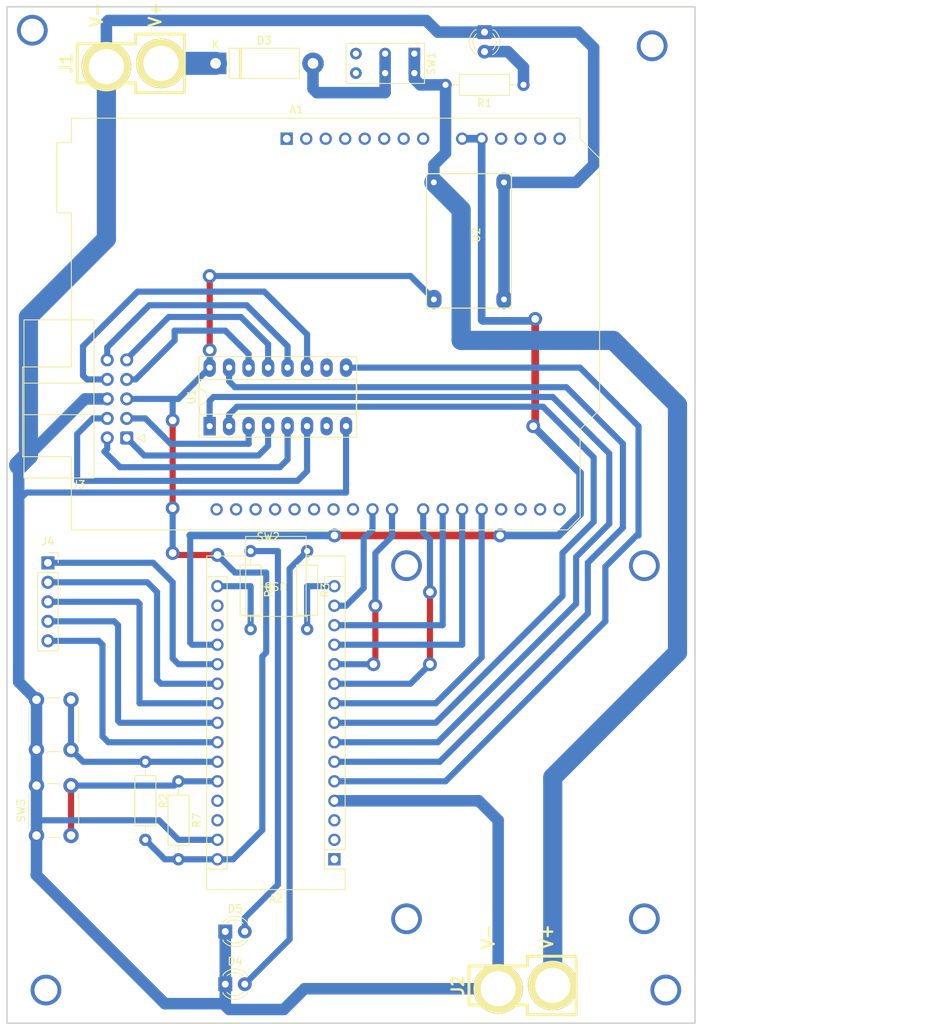
<source format=kicad_pcb>
(kicad_pcb (version 20221018) (generator pcbnew)
  (layers (0 "F.Cu" signal) (31 "B.Cu" signal) (34 "B.Paste" user) (35 "F.Paste" user) (36 "B.SilkS" user "B.Silkscreen") (37 "F.SilkS" user "F.Silkscreen") (38 "B.Mask" user) (39 "F.Mask" user) (44 "Edge.Cuts" user))
  (net 0 "")
  (net 9 "/EN1")
  (net 10 "/C1")
  (net 11 "/C2")
  (net 18 "/INB1")
  (net 19 "/PWM1")
  (net 20 "/PWM2")
  (net 21 "/INA1")
  (net 22 "/INA2")
  (net 23 "/INB2")
  (net 32 "/5v")
  (net 33 "GND")
  (net 34 "/VCC")
  (net 35 "Net-(D2-A)")
  (net 36 "/VIN")
  (net 37 "/S2")
  (net 38 "/S3")
  (net 39 "/S1")
  (net 40 "/S4")
  (net 41 "/S5")
  (net 42 "/S8")
  (net 43 "/S6")
  (net 44 "/S7")
  (net 45 "/B1")
  (net 46 "/L1")
  (net 47 "/B2")
  (net 48 "/L2")
  (net 49 "Net-(D3-K)")
  (net 50 "/P1")
  (net 51 "/P2")
  (net 52 "/P3")
  (net 53 "/P4")
  (net 54 "/P5")
  (net 55 "/CP(D4)")
  (net 56 "/LP(D5)")
  (net 58 "/CEP(D15)")
  (net 59 "/Salida")
  (net 64 "Net-(D4-A)")
  (net 65 "Net-(D5-A)")
  (footprint "" (layer "F.Cu") (at 109.728 17.526)
    (fp_text reference "" (at 0 0) (layer "F.SilkS") (effects (font (size 1.27 1.27))))
    (fp_text value "" (at 0 0) (layer "F.SilkS") (effects (font (size 1.27 1.27))))
    (pad "1" thru_hole circle (at 0 0) (size 4 4) (drill 3) (layers "*.Cu" "*.Mask"))
  )
  (footprint "" (layer "F.Cu") (at 28.956 15.494)
    (fp_text reference "" (at 0 0) (layer "F.SilkS") (effects (font (size 1.27 1.27))))
    (fp_text value "" (at 0 0) (layer "F.SilkS") (effects (font (size 1.27 1.27))))
    (pad "1" thru_hole circle (at 0 0) (size 4 4) (drill 3) (layers "*.Cu" "*.Mask"))
  )
  (footprint "Connector_IDC:IDC-Header_2x05_P2.54mm_Horizontal" (layer "F.Cu") (at 41.2575 68.58 180)
    (fp_text reference "J3" (at 6.215 -6.1) (layer "F.SilkS"))
    (fp_text value "Control Sensores")
    (pad "1" thru_hole roundrect (at 0 0 180) (size 1.7 1.7) (drill 1) (layers "*.Cu" "*.Mask") (roundrect_rratio 0.147059) (net 40 "/S4"))
    (pad "2" thru_hole circle (at 2.54 0 180) (size 1.7 1.7) (drill 1) (layers "*.Cu" "*.Mask") (net 42 "/S8"))
    (pad "3" thru_hole circle (at 0 2.54 180) (size 1.7 1.7) (drill 1) (layers "*.Cu" "*.Mask") (net 38 "/S3"))
    (pad "4" thru_hole circle (at 2.54 2.54 180) (size 1.7 1.7) (drill 1) (layers "*.Cu" "*.Mask") (net 44 "/S7"))
    (pad "5" thru_hole circle (at 0 5.08 180) (size 1.7 1.7) (drill 1) (layers "*.Cu" "*.Mask") (net 32 "/5v"))
    (pad "6" thru_hole circle (at 2.54 5.08 180) (size 1.7 1.7) (drill 1) (layers "*.Cu" "*.Mask") (net 33 "GND"))
    (pad "7" thru_hole circle (at 0 7.62 180) (size 1.7 1.7) (drill 1) (layers "*.Cu" "*.Mask") (net 37 "/S2"))
    (pad "8" thru_hole circle (at 2.54 7.62 180) (size 1.7 1.7) (drill 1) (layers "*.Cu" "*.Mask") (net 43 "/S6"))
    (pad "9" thru_hole circle (at 0 10.16 180) (size 1.7 1.7) (drill 1) (layers "*.Cu" "*.Mask") (net 39 "/S1"))
    (pad "10" thru_hole circle (at 2.54 10.16 180) (size 1.7 1.7) (drill 1) (layers "*.Cu" "*.Mask") (net 41 "/S5"))
  )
  (footprint "Diode_THT:D_5W_P12.70mm_Horizontal" (layer "F.Cu") (at 52.832 19.812)
    (fp_text reference "D3" (at 6.35 -2.97) (layer "F.SilkS"))
    (fp_text value "type=\"D\" model=\"DIODE\" lib=\"\"")
    (fp_text user "K" (at 0 -2.4) (layer "F.SilkS"))
    (pad "1" thru_hole rect (at 0 0) (size 2.8 2.8) (drill 1.4) (layers "*.Cu" "*.Mask") (net 34 "/VCC"))
    (pad "2" thru_hole oval (at 12.7 0) (size 2.8 2.8) (drill 1.4) (layers "*.Cu" "*.Mask") (net 49 "Net-(D3-K)"))
  )
  (footprint "Resistor_THT:R_Axial_DIN0207_L6.3mm_D2.5mm_P10.16mm_Horizontal" (layer "F.Cu") (at 48.006 113.284 -90)
    (fp_text reference "R7" (at 5.08 -2.37 90) (layer "F.SilkS"))
    (fp_text value "R")
    (pad "1" thru_hole circle (at 0 0 270) (size 1.6 1.6) (drill 0.8) (layers "*.Cu" "*.Mask") (net 47 "/B2"))
    (pad "2" thru_hole oval (at 10.16 0 270) (size 1.6 1.6) (drill 0.8) (layers "*.Cu" "*.Mask") (net 32 "/5v"))
  )
  (footprint "Module:Arduino_Nano" (layer "F.Cu") (at 68.316 123.444 180)
    (fp_text reference "A2" (at 7.62 -5.08) (layer "F.SilkS"))
    (fp_text value "Arduino_Nano_v3.x")
    (fp_text user "USB" (at 7.62 35.56 180 unlocked) (layer "F.SilkS"))
    (pad "1" thru_hole rect (at 0 0 180) (size 1.6 1.6) (drill 1) (layers "*.Cu" "*.Mask"))
    (pad "2" thru_hole oval (at 0 2.54 180) (size 1.6 1.6) (drill 1) (layers "*.Cu" "*.Mask"))
    (pad "3" thru_hole oval (at 0 5.08 180) (size 1.6 1.6) (drill 1) (layers "*.Cu" "*.Mask"))
    (pad "4" thru_hole oval (at 0 7.62 180) (size 1.6 1.6) (drill 1) (layers "*.Cu" "*.Mask") (net 33 "GND"))
    (pad "5" thru_hole oval (at 0 10.16 180) (size 1.6 1.6) (drill 1) (layers "*.Cu" "*.Mask") (net 59 "/Salida"))
    (pad "6" thru_hole oval (at 0 12.7 180) (size 1.6 1.6) (drill 1) (layers "*.Cu" "*.Mask") (net 58 "/CEP(D15)"))
    (pad "7" thru_hole oval (at 0 15.24 180) (size 1.6 1.6) (drill 1) (layers "*.Cu" "*.Mask") (net 56 "/LP(D5)"))
    (pad "8" thru_hole oval (at 0 17.78 180) (size 1.6 1.6) (drill 1) (layers "*.Cu" "*.Mask") (net 55 "/CP(D4)"))
    (pad "9" thru_hole oval (at 0 20.32 180) (size 1.6 1.6) (drill 1) (layers "*.Cu" "*.Mask") (net 18 "/INB1"))
    (pad "10" thru_hole oval (at 0 22.86 180) (size 1.6 1.6) (drill 1) (layers "*.Cu" "*.Mask") (net 21 "/INA1"))
    (pad "11" thru_hole oval (at 0 25.4 180) (size 1.6 1.6) (drill 1) (layers "*.Cu" "*.Mask") (net 22 "/INA2"))
    (pad "12" thru_hole oval (at 0 27.94 180) (size 1.6 1.6) (drill 1) (layers "*.Cu" "*.Mask") (net 19 "/PWM1"))
    (pad "13" thru_hole oval (at 0 30.48 180) (size 1.6 1.6) (drill 1) (layers "*.Cu" "*.Mask") (net 20 "/PWM2"))
    (pad "14" thru_hole oval (at 0 33.02 180) (size 1.6 1.6) (drill 1) (layers "*.Cu" "*.Mask") (net 23 "/INB2"))
    (pad "15" thru_hole oval (at 0 35.56 180) (size 1.6 1.6) (drill 1) (layers "*.Cu" "*.Mask") (net 46 "/L1"))
    (pad "16" thru_hole oval (at 15.24 35.56 180) (size 1.6 1.6) (drill 1) (layers "*.Cu" "*.Mask") (net 48 "/L2"))
    (pad "17" thru_hole oval (at 15.24 33.02 180) (size 1.6 1.6) (drill 1) (layers "*.Cu" "*.Mask"))
    (pad "18" thru_hole oval (at 15.24 30.48 180) (size 1.6 1.6) (drill 1) (layers "*.Cu" "*.Mask"))
    (pad "19" thru_hole oval (at 15.24 27.94 180) (size 1.6 1.6) (drill 1) (layers "*.Cu" "*.Mask") (net 9 "/EN1"))
    (pad "20" thru_hole oval (at 15.24 25.4 180) (size 1.6 1.6) (drill 1) (layers "*.Cu" "*.Mask") (net 50 "/P1"))
    (pad "21" thru_hole oval (at 15.24 22.86 180) (size 1.6 1.6) (drill 1) (layers "*.Cu" "*.Mask") (net 51 "/P2"))
    (pad "22" thru_hole oval (at 15.24 20.32 180) (size 1.6 1.6) (drill 1) (layers "*.Cu" "*.Mask") (net 52 "/P3"))
    (pad "23" thru_hole oval (at 15.24 17.78 180) (size 1.6 1.6) (drill 1) (layers "*.Cu" "*.Mask") (net 53 "/P4"))
    (pad "24" thru_hole oval (at 15.24 15.24 180) (size 1.6 1.6) (drill 1) (layers "*.Cu" "*.Mask") (net 54 "/P5"))
    (pad "25" thru_hole oval (at 15.24 12.7 180) (size 1.6 1.6) (drill 1) (layers "*.Cu" "*.Mask") (net 45 "/B1"))
    (pad "26" thru_hole oval (at 15.24 10.16 180) (size 1.6 1.6) (drill 1) (layers "*.Cu" "*.Mask") (net 47 "/B2"))
    (pad "27" thru_hole oval (at 15.24 7.62 180) (size 1.6 1.6) (drill 1) (layers "*.Cu" "*.Mask"))
    (pad "28" thru_hole oval (at 15.24 5.08 180) (size 1.6 1.6) (drill 1) (layers "*.Cu" "*.Mask"))
    (pad "29" thru_hole oval (at 15.24 2.54 180) (size 1.6 1.6) (drill 1) (layers "*.Cu" "*.Mask") (net 33 "GND"))
    (pad "30" thru_hole oval (at 15.24 0 180) (size 1.6 1.6) (drill 1) (layers "*.Cu" "*.Mask") (net 32 "/5v"))
  )
  (footprint "Connector_PinSocket_2.54mm:PinSocket_1x05_P2.54mm_Vertical" (layer "F.Cu") (at 30.988 84.836)
    (fp_text reference "J4" (at 0 -2.77) (layer "F.SilkS"))
    (fp_text value "Conn_01x05_Pin")
    (pad "1" thru_hole rect (at 0 0) (size 1.7 1.7) (drill 1) (layers "*.Cu" "*.Mask") (net 50 "/P1"))
    (pad "2" thru_hole oval (at 0 2.54) (size 1.7 1.7) (drill 1) (layers "*.Cu" "*.Mask") (net 51 "/P2"))
    (pad "3" thru_hole oval (at 0 5.08) (size 1.7 1.7) (drill 1) (layers "*.Cu" "*.Mask") (net 52 "/P3"))
    (pad "4" thru_hole oval (at 0 7.62) (size 1.7 1.7) (drill 1) (layers "*.Cu" "*.Mask") (net 53 "/P4"))
    (pad "5" thru_hole oval (at 0 10.16) (size 1.7 1.7) (drill 1) (layers "*.Cu" "*.Mask") (net 54 "/P5"))
  )
  (footprint "Resistor_THT:R_Axial_DIN0207_L6.3mm_D2.5mm_P10.16mm_Horizontal" (layer "F.Cu") (at 92.964 22.606 180)
    (fp_text reference "R1" (at 5.08 -2.37) (layer "F.SilkS"))
    (fp_text value "R")
    (pad "1" thru_hole circle (at 0 0 180) (size 1.6 1.6) (drill 0.8) (layers "*.Cu" "*.Mask") (net 35 "Net-(D2-A)"))
    (pad "2" thru_hole oval (at 10.16 0 180) (size 1.6 1.6) (drill 0.8) (layers "*.Cu" "*.Mask") (net 36 "/VIN"))
  )
  (footprint "Button_Switch_THT:SW_PUSH_6mm" (layer "F.Cu") (at 29.5 109.168 90)
    (fp_text reference "SW2" (at 27.702 30.19) (layer "F.SilkS"))
    (fp_text value "SW_Push")
    (pad "1" thru_hole circle (at 0 0 180) (size 2 2) (drill 1.1) (layers "*.Cu" "*.Mask") (net 33 "GND"))
    (pad "1" thru_hole circle (at 6.5 0 180) (size 2 2) (drill 1.1) (layers "*.Cu" "*.Mask") (net 33 "GND"))
    (pad "2" thru_hole circle (at 0 4.5 180) (size 2 2) (drill 1.1) (layers "*.Cu" "*.Mask") (net 45 "/B1"))
    (pad "2" thru_hole circle (at 6.5 4.5 180) (size 2 2) (drill 1.1) (layers "*.Cu" "*.Mask") (net 45 "/B1"))
  )
  (footprint "Resistor_THT:R_Axial_DIN0207_L6.3mm_D2.5mm_P10.16mm_Horizontal" (layer "F.Cu") (at 43.688 110.744 -90)
    (fp_text reference "R2" (at 5.08 -2.37 90) (layer "F.SilkS"))
    (fp_text value "R")
    (pad "1" thru_hole circle (at 0 0 270) (size 1.6 1.6) (drill 0.8) (layers "*.Cu" "*.Mask") (net 45 "/B1"))
    (pad "2" thru_hole oval (at 10.16 0 270) (size 1.6 1.6) (drill 0.8) (layers "*.Cu" "*.Mask") (net 32 "/5v"))
  )
  (footprint "Mini360_step-down:Mini360_step-down" (layer "F.Cu") (at 85.852 42.926 -90)
    (fp_text reference "U2" (at -0.765 -0.95 90) (layer "F.SilkS"))
    (fp_text value "Mini360")
    (pad "1" thru_hole oval (at -7.62 -4.57 270) (size 2.5 2) (drill 0.762) (layers "*.Cu" "*.Mask") (net 33 "GND"))
    (pad "2" thru_hole oval (at -7.62 4.57 270) (size 2.5 2) (drill 0.762) (layers "*.Cu" "*.Mask") (net 36 "/VIN"))
    (pad "3" thru_hole oval (at 7.62 -4.57 270) (size 2.5 2) (drill 0.762) (layers "*.Cu" "*.Mask") (net 33 "GND"))
    (pad "4" thru_hole oval (at 7.62 4.57 270) (size 2.5 2) (drill 0.762) (layers "*.Cu" "*.Mask") (net 32 "/5v"))
  )
  (footprint "LED_THT:LED_D3.0mm" (layer "F.Cu") (at 54.102 132.842)
    (fp_text reference "D5" (at 1.27 -2.96) (layer "F.SilkS"))
    (fp_text value "LED")
    (pad "1" thru_hole rect (at 0 0) (size 1.8 1.8) (drill 0.9) (layers "*.Cu" "*.Mask") (net 33 "GND"))
    (pad "2" thru_hole circle (at 2.54 0) (size 1.8 1.8) (drill 0.9) (layers "*.Cu" "*.Mask") (net 65 "Net-(D5-A)"))
  )
  (footprint "Resistor_THT:R_Axial_DIN0207_L6.3mm_D2.5mm_P10.16mm_Horizontal" (layer "F.Cu") (at 64.77 83.312 -90)
    (fp_text reference "R3" (at 5.08 -2.37 90) (layer "F.SilkS"))
    (fp_text value "1000")
    (pad "1" thru_hole circle (at 0 0 270) (size 1.6 1.6) (drill 0.8) (layers "*.Cu" "*.Mask") (net 64 "Net-(D4-A)"))
    (pad "2" thru_hole oval (at 10.16 0 270) (size 1.6 1.6) (drill 0.8) (layers "*.Cu" "*.Mask") (net 46 "/L1"))
  )
  (footprint "" (layer "F.Cu") (at 77.724 131.191 90)
    (fp_text reference "" (at 0 0 90) (layer "F.SilkS") (effects (font (size 1.27 1.27))))
    (fp_text value "" (at 0 0 90) (layer "F.SilkS") (effects (font (size 1.27 1.27))))
    (pad "1" thru_hole circle (at 0 0 90) (size 4 4) (drill 3) (layers "*.Cu" "*.Mask"))
  )
  (footprint "Connectors:DEANS" (layer "F.Cu") (at 92.202 139.87018 -90)
    (fp_text reference "J2" (at 0 7.8 90) (layer "F.SilkS") (effects (font (size 1.524 1.524) (thickness 0.3048))))
    (fp_text value "MOTORES" hide)
    (fp_text user "V-" (at -6.35 3.81 90) (layer "F.SilkS") (effects (font (size 1.524 1.524) (thickness 0.3048))))
    (fp_text user "V+" (at -6.35 -3.81 90) (layer "F.SilkS") (effects (font (size 1.524 1.524) (thickness 0.3048))))
    (pad "1" thru_hole circle (at 0 -4.572 270) (size 6.4516 6.4516) (drill 4.572) (layers "*.Cu" "*.Mask" "F.SilkS") (net 36 "/VIN"))
    (pad "2" thru_hole circle (at 0.42418 2.54 270) (size 6.4516 6.4516) (drill 4.572) (layers "*.Cu" "*.Mask" "F.SilkS") (net 33 "GND"))
  )
  (footprint "Module:Arduino_UNO_R3" (layer "F.Cu") (at 62.11 29.62)
    (fp_text reference "A1" (at 1.27 -3.81 180) (layer "F.SilkS"))
    (fp_text value "Arduino_UNO_R3")
    (pad "1" thru_hole rect (at 0 0 90) (size 1.6 1.6) (drill 1) (layers "*.Cu" "*.Mask"))
    (pad "2" thru_hole oval (at 2.54 0 90) (size 1.6 1.6) (drill 1) (layers "*.Cu" "*.Mask"))
    (pad "3" thru_hole oval (at 5.08 0 90) (size 1.6 1.6) (drill 1) (layers "*.Cu" "*.Mask"))
    (pad "4" thru_hole oval (at 7.62 0 90) (size 1.6 1.6) (drill 1) (layers "*.Cu" "*.Mask"))
    (pad "5" thru_hole oval (at 10.16 0 90) (size 1.6 1.6) (drill 1) (layers "*.Cu" "*.Mask"))
    (pad "6" thru_hole oval (at 12.7 0 90) (size 1.6 1.6) (drill 1) (layers "*.Cu" "*.Mask"))
    (pad "7" thru_hole oval (at 15.24 0 90) (size 1.6 1.6) (drill 1) (layers "*.Cu" "*.Mask"))
    (pad "8" thru_hole oval (at 17.78 0 90) (size 1.6 1.6) (drill 1) (layers "*.Cu" "*.Mask"))
    (pad "9" thru_hole oval (at 22.86 0 90) (size 1.6 1.6) (drill 1) (layers "*.Cu" "*.Mask") (net 9 "/EN1"))
    (pad "10" thru_hole oval (at 25.4 0 90) (size 1.6 1.6) (drill 1) (layers "*.Cu" "*.Mask") (net 9 "/EN1"))
    (pad "11" thru_hole oval (at 27.94 0 90) (size 1.6 1.6) (drill 1) (layers "*.Cu" "*.Mask") (net 10 "/C1"))
    (pad "12" thru_hole oval (at 30.48 0 90) (size 1.6 1.6) (drill 1) (layers "*.Cu" "*.Mask") (net 11 "/C2"))
    (pad "13" thru_hole oval (at 33.02 0 90) (size 1.6 1.6) (drill 1) (layers "*.Cu" "*.Mask"))
    (pad "14" thru_hole oval (at 35.56 0 90) (size 1.6 1.6) (drill 1) (layers "*.Cu" "*.Mask"))
    (pad "15" thru_hole oval (at 35.56 48.26 90) (size 1.6 1.6) (drill 1) (layers "*.Cu" "*.Mask"))
    (pad "16" thru_hole oval (at 33.02 48.26 90) (size 1.6 1.6) (drill 1) (layers "*.Cu" "*.Mask"))
    (pad "17" thru_hole oval (at 30.48 48.26 90) (size 1.6 1.6) (drill 1) (layers "*.Cu" "*.Mask"))
    (pad "18" thru_hole oval (at 27.94 48.26 90) (size 1.6 1.6) (drill 1) (layers "*.Cu" "*.Mask"))
    (pad "19" thru_hole oval (at 25.4 48.26 90) (size 1.6 1.6) (drill 1) (layers "*.Cu" "*.Mask") (net 18 "/INB1"))
    (pad "20" thru_hole oval (at 22.86 48.26 90) (size 1.6 1.6) (drill 1) (layers "*.Cu" "*.Mask") (net 19 "/PWM1"))
    (pad "21" thru_hole oval (at 20.32 48.26 90) (size 1.6 1.6) (drill 1) (layers "*.Cu" "*.Mask") (net 20 "/PWM2"))
    (pad "22" thru_hole oval (at 17.78 48.26 90) (size 1.6 1.6) (drill 1) (layers "*.Cu" "*.Mask") (net 21 "/INA1"))
    (pad "23" thru_hole oval (at 13.72 48.26 90) (size 1.6 1.6) (drill 1) (layers "*.Cu" "*.Mask") (net 22 "/INA2"))
    (pad "24" thru_hole oval (at 11.18 48.26 90) (size 1.6 1.6) (drill 1) (layers "*.Cu" "*.Mask") (net 23 "/INB2"))
    (pad "25" thru_hole oval (at 8.64 48.26 90) (size 1.6 1.6) (drill 1) (layers "*.Cu" "*.Mask"))
    (pad "26" thru_hole oval (at 6.1 48.26 90) (size 1.6 1.6) (drill 1) (layers "*.Cu" "*.Mask"))
    (pad "27" thru_hole oval (at 3.56 48.26 90) (size 1.6 1.6) (drill 1) (layers "*.Cu" "*.Mask"))
    (pad "28" thru_hole oval (at 1.02 48.26 90) (size 1.6 1.6) (drill 1) (layers "*.Cu" "*.Mask"))
    (pad "29" thru_hole oval (at -1.52 48.26 90) (size 1.6 1.6) (drill 1) (layers "*.Cu" "*.Mask"))
    (pad "30" thru_hole oval (at -4.06 48.26 90) (size 1.6 1.6) (drill 1) (layers "*.Cu" "*.Mask"))
    (pad "31" thru_hole oval (at -6.6 48.26 90) (size 1.6 1.6) (drill 1) (layers "*.Cu" "*.Mask"))
    (pad "32" thru_hole oval (at -9.14 48.26 90) (size 1.6 1.6) (drill 1) (layers "*.Cu" "*.Mask"))
  )
  (footprint "" (layer "F.Cu") (at 30.734 140.462)
    (fp_text reference "" (at 0 0) (layer "F.SilkS") (effects (font (size 1.27 1.27))))
    (fp_text value "" (at 0 0) (layer "F.SilkS") (effects (font (size 1.27 1.27))))
    (pad "1" thru_hole circle (at 0 0) (size 4 4) (drill 3) (layers "*.Cu" "*.Mask"))
  )
  (footprint "" (layer "F.Cu") (at 111.506 140.462)
    (fp_text reference "" (at 0 0) (layer "F.SilkS") (effects (font (size 1.27 1.27))))
    (fp_text value "" (at 0 0) (layer "F.SilkS") (effects (font (size 1.27 1.27))))
    (pad "1" thru_hole circle (at 0 0) (size 4 4) (drill 3) (layers "*.Cu" "*.Mask"))
  )
  (footprint "" (layer "F.Cu") (at 108.712 131.191 90)
    (fp_text reference "" (at 0 0 90) (layer "F.SilkS") (effects (font (size 1.27 1.27))))
    (fp_text value "" (at 0 0 90) (layer "F.SilkS") (effects (font (size 1.27 1.27))))
    (pad "1" thru_hole circle (at 0 0 90) (size 4 4) (drill 3) (layers "*.Cu" "*.Mask"))
  )
  (footprint "Button_Switch_THT:SW_PUSH_6mm" (layer "F.Cu") (at 29.5 120.344 90)
    (fp_text reference "SW3" (at 3.25 -2 90) (layer "F.SilkS"))
    (fp_text value "SW_Push")
    (pad "1" thru_hole circle (at 0 0 180) (size 2 2) (drill 1.1) (layers "*.Cu" "*.Mask") (net 33 "GND"))
    (pad "1" thru_hole circle (at 6.5 0 180) (size 2 2) (drill 1.1) (layers "*.Cu" "*.Mask") (net 33 "GND"))
    (pad "2" thru_hole circle (at 0 4.5 180) (size 2 2) (drill 1.1) (layers "*.Cu" "*.Mask") (net 47 "/B2"))
    (pad "2" thru_hole circle (at 6.5 4.5 180) (size 2 2) (drill 1.1) (layers "*.Cu" "*.Mask") (net 47 "/B2"))
  )
  (footprint "" (layer "F.Cu") (at 108.712 85.217 90)
    (fp_text reference "" (at 0 0 90) (layer "F.SilkS") (effects (font (size 1.27 1.27))))
    (fp_text value "" (at 0 0 90) (layer "F.SilkS") (effects (font (size 1.27 1.27))))
    (pad "1" thru_hole circle (at 0 0 90) (size 4 4) (drill 3) (layers "*.Cu" "*.Mask"))
  )
  (footprint "" (layer "F.Cu") (at 77.724 85.217 90)
    (fp_text reference "" (at 0 0 90) (layer "F.SilkS") (effects (font (size 1.27 1.27))))
    (fp_text value "" (at 0 0 90) (layer "F.SilkS") (effects (font (size 1.27 1.27))))
    (pad "1" thru_hole circle (at 0 0 90) (size 4 4) (drill 3) (layers "*.Cu" "*.Mask"))
  )
  (footprint "LED_THT:LED_D3.0mm" (layer "F.Cu") (at 54.102 139.7)
    (fp_text reference "D4" (at 1.27 -2.96) (layer "F.SilkS"))
    (fp_text value "LED")
    (pad "1" thru_hole rect (at 0 0) (size 1.8 1.8) (drill 0.9) (layers "*.Cu" "*.Mask") (net 33 "GND"))
    (pad "2" thru_hole circle (at 2.54 0) (size 1.8 1.8) (drill 0.9) (layers "*.Cu" "*.Mask") (net 64 "Net-(D4-A)"))
  )
  (footprint "Button_Switch_THT:SW_NKK_G1xJP" (layer "F.Cu") (at 78.74 18.542 -90)
    (fp_text reference "SW1" (at 1.27 -2.2 90) (layer "F.SilkS"))
    (fp_text value "SW_DPDT_x2")
    (pad "1" thru_hole rect (at 0 0 270) (size 1.524 1.524) (drill 0.8128) (layers "*.Cu" "*.Mask") (net 36 "/VIN"))
    (pad "1" thru_hole circle (at 2.54 0 270) (size 1.524 1.524) (drill 0.8128) (layers "*.Cu" "*.Mask") (net 36 "/VIN"))
    (pad "2" thru_hole circle (at 0 3.81 270) (size 1.524 1.524) (drill 0.8128) (layers "*.Cu" "*.Mask") (net 49 "Net-(D3-K)"))
    (pad "2" thru_hole circle (at 2.54 3.81 270) (size 1.524 1.524) (drill 0.8128) (layers "*.Cu" "*.Mask") (net 49 "Net-(D3-K)"))
    (pad "3" thru_hole circle (at 0 7.62 270) (size 1.524 1.524) (drill 0.8128) (layers "*.Cu" "*.Mask"))
    (pad "3" thru_hole circle (at 2.54 7.62 270) (size 1.524 1.524) (drill 0.8128) (layers "*.Cu" "*.Mask"))
  )
  (footprint "Package_DIP:DIP-16_W7.62mm_Socket_LongPads" (layer "F.Cu") (at 52.06 67.046 90)
    (fp_text reference "U1" (at 3.81 -2.33 90) (layer "F.SilkS"))
    (fp_text value "74LS165")
    (pad "1" thru_hole rect (at 0 0 90) (size 2.4 1.6) (drill 0.8) (layers "*.Cu" "*.Mask") (net 56 "/LP(D5)"))
    (pad "2" thru_hole oval (at 0 2.54 90) (size 2.4 1.6) (drill 0.8) (layers "*.Cu" "*.Mask") (net 55 "/CP(D4)"))
    (pad "3" thru_hole oval (at 0 5.08 90) (size 2.4 1.6) (drill 0.8) (layers "*.Cu" "*.Mask") (net 38 "/S3"))
    (pad "4" thru_hole oval (at 0 7.62 90) (size 2.4 1.6) (drill 0.8) (layers "*.Cu" "*.Mask") (net 40 "/S4"))
    (pad "5" thru_hole oval (at 0 10.16 90) (size 2.4 1.6) (drill 0.8) (layers "*.Cu" "*.Mask") (net 42 "/S8"))
    (pad "6" thru_hole oval (at 0 12.7 90) (size 2.4 1.6) (drill 0.8) (layers "*.Cu" "*.Mask") (net 44 "/S7"))
    (pad "7" thru_hole oval (at 0 15.24 90) (size 2.4 1.6) (drill 0.8) (layers "*.Cu" "*.Mask"))
    (pad "8" thru_hole oval (at 0 17.78 90) (size 2.4 1.6) (drill 0.8) (layers "*.Cu" "*.Mask") (net 33 "GND"))
    (pad "9" thru_hole oval (at 7.62 17.78 90) (size 2.4 1.6) (drill 0.8) (layers "*.Cu" "*.Mask") (net 59 "/Salida"))
    (pad "10" thru_hole oval (at 7.62 15.24 90) (size 2.4 1.6) (drill 0.8) (layers "*.Cu" "*.Mask"))
    (pad "11" thru_hole oval (at 7.62 12.7 90) (size 2.4 1.6) (drill 0.8) (layers "*.Cu" "*.Mask") (net 43 "/S6"))
    (pad "12" thru_hole oval (at 7.62 10.16 90) (size 2.4 1.6) (drill 0.8) (layers "*.Cu" "*.Mask") (net 41 "/S5"))
    (pad "13" thru_hole oval (at 7.62 7.62 90) (size 2.4 1.6) (drill 0.8) (layers "*.Cu" "*.Mask") (net 39 "/S1"))
    (pad "14" thru_hole oval (at 7.62 5.08 90) (size 2.4 1.6) (drill 0.8) (layers "*.Cu" "*.Mask") (net 37 "/S2"))
    (pad "15" thru_hole oval (at 7.62 2.54 90) (size 2.4 1.6) (drill 0.8) (layers "*.Cu" "*.Mask") (net 58 "/CEP(D15)"))
    (pad "16" thru_hole oval (at 7.62 0 90) (size 2.4 1.6) (drill 0.8) (layers "*.Cu" "*.Mask") (net 32 "/5v"))
  )
  (footprint "LED_THT:LED_D3.0mm" (layer "F.Cu") (at 87.884 15.743 -90)
    (fp_text reference "D2" hide)
    (fp_text value "LED")
    (pad "1" thru_hole rect (at 0 0 270) (size 1.8 1.8) (drill 0.9) (layers "*.Cu" "*.Mask") (net 33 "GND"))
    (pad "2" thru_hole circle (at 2.54 0 270) (size 1.8 1.8) (drill 0.9) (layers "*.Cu" "*.Mask") (net 35 "Net-(D2-A)"))
  )
  (footprint "Connectors:DEANS" (layer "F.Cu") (at 41.148 19.812 -90)
    (fp_text reference "J1" (at 0 7.8 90) (layer "F.SilkS") (effects (font (size 1.524 1.524) (thickness 0.3048))))
    (fp_text value "BATERIA1" hide)
    (fp_text user "V-" (at -6.35 3.81 90) (layer "F.SilkS") (effects (font (size 1.524 1.524) (thickness 0.3048))))
    (fp_text user "V+" (at -6.35 -3.81 90) (layer "F.SilkS") (effects (font (size 1.524 1.524) (thickness 0.3048))))
    (pad "1" thru_hole circle (at 0 -4.572 270) (size 6.4516 6.4516) (drill 4.572) (layers "*.Cu" "*.Mask" "F.SilkS") (net 34 "/VCC"))
    (pad "2" thru_hole circle (at 0.42418 2.54 270) (size 6.4516 6.4516) (drill 4.572) (layers "*.Cu" "*.Mask" "F.SilkS") (net 33 "GND"))
  )
  (footprint "Resistor_THT:R_Axial_DIN0207_L6.3mm_D2.5mm_P10.16mm_Horizontal" (layer "F.Cu") (at 57.404 83.312 -90)
    (fp_text reference "R4" (at 5.08 -2.37 90) (layer "F.SilkS"))
    (fp_text value "1000")
    (pad "1" thru_hole circle (at 0 0 270) (size 1.6 1.6) (drill 0.8) (layers "*.Cu" "*.Mask") (net 65 "Net-(D5-A)"))
    (pad "2" thru_hole oval (at 10.16 0 270) (size 1.6 1.6) (drill 0.8) (layers "*.Cu" "*.Mask") (net 48 "/L2"))
  )
  (gr_rect (start 25.654 12.446) (end 115.316 144.78) (stroke (width 0.2)) (fill none) (layer "Edge.Cuts"))
  (segment (start 94.488 53.086) (end 94.488 66.802) (width 1) (layer "F.Cu") (net 9))
  (segment (start 94.488 66.802) (end 94.234 67.056) (width 1) (layer "F.Cu") (net 9))
  (segment (start 89.916 81.28) (end 68.326 81.28) (width 1) (layer "F.Cu") (net 9))
  (via (at 94.234 67.056) (size 1.8) (drill 1) (layers "F.Cu" "B.Cu") (net 9))
  (via (at 94.488 53.086) (size 1.8) (drill 1) (layers "F.Cu" "B.Cu") (net 9))
  (via (at 68.326 81.28) (size 1.8) (drill 1) (layers "F.Cu" "B.Cu") (net 9))
  (via (at 89.916 81.28) (size 1.8) (drill 1) (layers "F.Cu" "B.Cu") (net 9))
  (segment (start 87.63 53.34) (end 94.234 53.34) (width 1) (layer "B.Cu") (net 9))
  (segment (start 84.97 29.62) (end 87.51 29.62) (width 1) (layer "B.Cu") (net 9))
  (segment (start 53.076 95.504) (end 49.784 95.504) (width 0.8) (layer "B.Cu") (net 9))
  (segment (start 87.51 29.62) (end 87.51 53.22) (width 1) (layer "B.Cu") (net 9))
  (segment (start 68.326 81.28) (end 49.53 81.28) (width 1) (layer "B.Cu") (net 9))
  (segment (start 97.536 81.28) (end 89.916 81.28) (width 1) (layer "B.Cu") (net 9))
  (segment (start 87.51 53.22) (end 87.63 53.34) (width 1) (layer "B.Cu") (net 9))
  (segment (start 100.33 73.152) (end 100.33 78.486) (width 1) (layer "B.Cu") (net 9))
  (segment (start 94.234 53.34) (end 94.488 53.086) (width 1) (layer "B.Cu") (net 9))
  (segment (start 94.234 67.056) (end 100.33 73.152) (width 1) (layer "B.Cu") (net 9))
  (segment (start 49.784 95.504) (end 49.53 95.25) (width 0.8) (layer "B.Cu") (net 9))
  (segment (start 100.33 78.486) (end 97.536 81.28) (width 1) (layer "B.Cu") (net 9))
  (segment (start 49.53 95.25) (end 49.53 81.28) (width 0.8) (layer "B.Cu") (net 9))
  (segment (start 87.51 97.148) (end 87.51 77.88) (width 0.8) (layer "B.Cu") (net 18))
  (segment (start 81.534 103.124) (end 87.51 97.148) (width 0.8) (layer "B.Cu") (net 18))
  (segment (start 68.316 103.124) (end 81.534 103.124) (width 0.8) (layer "B.Cu") (net 18))
  (segment (start 68.316 95.504) (end 84.97 95.504) (width 0.8) (layer "B.Cu") (net 19))
  (segment (start 84.97 95.504) (end 84.97 77.88) (width 0.8) (layer "B.Cu") (net 19))
  (segment (start 82.43 92.964) (end 82.43 77.88) (width 0.8) (layer "B.Cu") (net 20))
  (segment (start 68.316 92.964) (end 82.43 92.964) (width 0.8) (layer "B.Cu") (net 20))
  (segment (start 80.772 98.044) (end 80.772 88.646) (width 0.8) (layer "F.Cu") (net 21))
  (via (at 80.772 88.646) (size 1.8) (drill 1) (layers "F.Cu" "B.Cu") (net 21))
  (via (at 80.772 98.044) (size 1.8) (drill 1) (layers "F.Cu" "B.Cu") (net 21))
  (segment (start 80.772 81.788) (end 79.89 80.906) (width 0.8) (layer "B.Cu") (net 21))
  (segment (start 79.89 80.906) (end 79.89 77.88) (width 0.8) (layer "B.Cu") (net 21))
  (segment (start 80.772 88.646) (end 80.772 81.788) (width 0.8) (layer "B.Cu") (net 21))
  (segment (start 78.232 100.584) (end 80.772 98.044) (width 0.8) (layer "B.Cu") (net 21))
  (segment (start 68.316 100.584) (end 78.232 100.584) (width 0.8) (layer "B.Cu") (net 21))
  (segment (start 73.406 98.044) (end 73.66 97.79) (width 0.8) (layer "F.Cu") (net 22))
  (segment (start 73.66 97.79) (end 73.66 90.424) (width 0.8) (layer "F.Cu") (net 22))
  (via (at 73.66 90.424) (size 1.8) (drill 1) (layers "F.Cu" "B.Cu") (net 22))
  (via (at 73.406 98.044) (size 1.8) (drill 1) (layers "F.Cu" "B.Cu") (net 22))
  (segment (start 73.66 90.424) (end 73.66 83.566) (width 0.8) (layer "B.Cu") (net 22))
  (segment (start 68.316 98.044) (end 73.406 98.044) (width 0.8) (layer "B.Cu") (net 22))
  (segment (start 73.66 83.566) (end 75.83 81.396) (width 0.8) (layer "B.Cu") (net 22))
  (segment (start 75.83 81.396) (end 75.83 77.88) (width 0.8) (layer "B.Cu") (net 22))
  (segment (start 72.136 81.681) (end 73.29 80.527) (width 0.8) (layer "B.Cu") (net 23))
  (segment (start 73.29 80.527) (end 73.29 77.88) (width 0.8) (layer "B.Cu") (net 23))
  (segment (start 68.316 90.424) (end 69.85 90.424) (width 0.8) (layer "B.Cu") (net 23))
  (segment (start 72.136 88.138) (end 72.136 81.681) (width 0.8) (layer "B.Cu") (net 23))
  (segment (start 69.85 90.424) (end 72.136 88.138) (width 0.8) (layer "B.Cu") (net 23))
  (segment (start 52.07 47.498) (end 52.07 57.15) (width 0.8) (layer "F.Cu") (net 32))
  (segment (start 47.498 83.82) (end 47.244 83.566) (width 0.8) (layer "F.Cu") (net 32))
  (segment (start 47.244 77.724) (end 47.244 66.294) (width 0.8) (layer "F.Cu") (net 32))
  (segment (start 53.086 83.82) (end 47.498 83.82) (width 0.8) (layer "F.Cu") (net 32))
  (via (at 47.244 77.724) (size 1.8) (drill 1) (layers "F.Cu" "B.Cu") (net 32))
  (via (at 47.244 66.294) (size 1.8) (drill 1) (layers "F.Cu" "B.Cu") (net 32))
  (via (at 52.07 57.15) (size 1.8) (drill 1) (layers "F.Cu" "B.Cu") (net 32))
  (via (at 47.244 83.566) (size 1.8) (drill 1) (layers "F.Cu" "B.Cu") (net 32))
  (via (at 52.07 47.498) (size 1.8) (drill 1) (layers "F.Cu" "B.Cu") (net 32))
  (via (at 53.086 83.82) (size 1.8) (drill 1) (layers "F.Cu" "B.Cu") (net 32))
  (segment (start 78.234 47.498) (end 81.282 50.546) (width 0.8) (layer "B.Cu") (net 32))
  (segment (start 58.928 97.028) (end 59.436 96.52) (width 0.8) (layer "B.Cu") (net 32))
  (segment (start 47.498 63.5) (end 47.986 63.5) (width 0.8) (layer "B.Cu") (net 32))
  (segment (start 59.436 96.52) (end 59.436 86.106) (width 0.8) (layer "B.Cu") (net 32))
  (segment (start 52.07 57.15) (end 52.07 59.416) (width 0.8) (layer "B.Cu") (net 32))
  (segment (start 47.244 66.294) (end 47.244 63.754) (width 0.8) (layer "B.Cu") (net 32))
  (segment (start 55.118 123.444) (end 58.928 119.634) (width 0.8) (layer "B.Cu") (net 32))
  (segment (start 41.2575 63.5) (end 47.498 63.5) (width 0.8) (layer "B.Cu") (net 32))
  (segment (start 47.244 83.566) (end 47.244 77.724) (width 0.8) (layer "B.Cu") (net 32))
  (segment (start 46.228 123.444) (end 43.688 120.904) (width 0.8) (layer "B.Cu") (net 32))
  (segment (start 47.244 63.754) (end 47.498 63.5) (width 0.8) (layer "B.Cu") (net 32))
  (segment (start 58.928 119.634) (end 58.928 97.028) (width 0.8) (layer "B.Cu") (net 32))
  (segment (start 53.076 123.444) (end 48.006 123.444) (width 0.8) (layer "B.Cu") (net 32))
  (segment (start 55.372 86.106) (end 53.086 83.82) (width 0.8) (layer "B.Cu") (net 32))
  (segment (start 59.436 86.106) (end 55.372 86.106) (width 0.8) (layer "B.Cu") (net 32))
  (segment (start 48.006 123.444) (end 46.228 123.444) (width 0.8) (layer "B.Cu") (net 32))
  (segment (start 52.07 47.498) (end 78.234 47.498) (width 0.8) (layer "B.Cu") (net 32))
  (segment (start 47.986 63.5) (end 52.06 59.426) (width 0.8) (layer "B.Cu") (net 32))
  (segment (start 52.07 59.416) (end 52.06 59.426) (width 0.8) (layer "B.Cu") (net 32))
  (segment (start 53.076 123.444) (end 55.118 123.444) (width 0.8) (layer "B.Cu") (net 32))
  (segment (start 27.178 100.346) (end 27.178 73.406) (width 1.5) (layer "B.Cu") (net 33))
  (segment (start 29.5 120.344) (end 29.5 118.364) (width 0.8) (layer "B.Cu") (net 33))
  (segment (start 45.466 118.364) (end 29.5 118.364) (width 0.8) (layer "B.Cu") (net 33))
  (segment (start 28.194 75.692) (end 27.178 76.708) (width 0.8) (layer "B.Cu") (net 33))
  (segment (start 28.448 52.832) (end 28.448 70.866) (width 2.5) (layer "B.Cu") (net 33))
  (segment (start 29.464 125.476) (end 29.5 125.44) (width 1.5) (layer "B.Cu") (net 33))
  (segment (start 53.848 142.24) (end 46.228 142.24) (width 1.5) (layer "B.Cu") (net 33))
  (segment (start 29.5 102.668) (end 28.186 101.354) (width 1.5) (layer "B.Cu") (net 33))
  (segment (start 48.006 120.904) (end 45.466 118.364) (width 0.8) (layer "B.Cu") (net 33))
  (segment (start 61.722 143.002) (end 54.61 143.002) (width 1.5) (layer "B.Cu") (net 33))
  (segment (start 27.178 100.346) (end 27.178 99.06) (width 1.5) (layer "B.Cu") (net 33))
  (segment (start 38.608 20.23618) (end 38.608 42.672) (width 2.5) (layer "B.Cu") (net 33))
  (segment (start 69.84 75.692) (end 28.194 75.692) (width 0.8) (layer "B.Cu") (net 33))
  (segment (start 54.61 143.002) (end 53.848 142.24) (width 1.5) (layer "B.Cu") (net 33))
  (segment (start 89.662 118.364) (end 89.662 140.29436) (width 1.5) (layer "B.Cu") (net 33))
  (segment (start 35.814 63.5) (end 38.7175 63.5) (width 1.5) (layer "B.Cu") (net 33))
  (segment (start 53.848 142.24) (end 54.102 141.986) (width 1.5) (layer "B.Cu") (net 33))
  (segment (start 89.662 140.29436) (end 64.42964 140.29436) (width 1.5) (layer "B.Cu") (net 33))
  (segment (start 46.228 142.24) (end 29.464 125.476) (width 1.5) (layer "B.Cu") (net 33))
  (segment (start 29.5 125.44) (end 29.5 102.668) (width 1.5) (layer "B.Cu") (net 33))
  (segment (start 54.102 141.986) (end 54.102 132.842) (width 1.5) (layer "B.Cu") (net 33))
  (segment (start 90.422 35.306) (end 99.822 35.306) (width 1.5) (layer "B.Cu") (net 33))
  (segment (start 102.108 33.02) (end 102.108 17.78) (width 1.5) (layer "B.Cu") (net 33))
  (segment (start 81.795 15.743) (end 80.276 14.224) (width 1.5) (layer "B.Cu") (net 33))
  (segment (start 27.178 72.136) (end 34.163 65.151) (width 1.5) (layer "B.Cu") (net 33))
  (segment (start 100.071 15.743) (end 87.884 15.743) (width 1.5) (layer "B.Cu") (net 33))
  (segment (start 80.276 14.224) (end 38.862 14.224) (width 1.5) (layer "B.Cu") (net 33))
  (segment (start 28.186 101.354) (end 27.178 100.346) (width 1.5) (layer "B.Cu") (net 33))
  (segment (start 64.42964 140.29436) (end 61.722 143.002) (width 1.5) (layer "B.Cu") (net 33))
  (segment (start 87.884 15.743) (end 81.795 15.743) (width 1.5) (layer "B.Cu") (net 33))
  (segment (start 38.608 14.478) (end 38.608 20.23618) (width 1.5) (layer "B.Cu") (net 33))
  (segment (start 90.422 35.306) (end 90.422 50.546) (width 1.5) (layer "B.Cu") (net 33))
  (segment (start 87.122 115.824) (end 89.662 118.364) (width 1.5) (layer "B.Cu") (net 33))
  (segment (start 38.608 42.672) (end 28.448 52.832) (width 2.5) (layer "B.Cu") (net 33))
  (segment (start 102.108 17.78) (end 100.071 15.743) (width 1.5) (layer "B.Cu") (net 33))
  (segment (start 68.316 115.824) (end 87.122 115.824) (width 1.5) (layer "B.Cu") (net 33))
  (segment (start 99.822 35.306) (end 102.108 33.02) (width 1.5) (layer "B.Cu") (net 33))
  (segment (start 27.178 76.708) (end 27.178 72.136) (width 0.8) (layer "B.Cu") (net 33))
  (segment (start 27.178 73.406) (end 27.178 72.136) (width 1.5) (layer "B.Cu") (net 33))
  (segment (start 27.178 99.06) (end 27.178 76.708) (width 0.8) (layer "B.Cu") (net 33))
  (segment (start 28.448 70.866) (end 27.178 72.136) (width 2.5) (layer "B.Cu") (net 33))
  (segment (start 69.84 67.046) (end 69.84 75.692) (width 0.8) (layer "B.Cu") (net 33))
  (segment (start 34.163 65.151) (end 35.814 63.5) (width 1.5) (layer "B.Cu") (net 33))
  (segment (start 53.076 120.904) (end 48.006 120.904) (width 0.8) (layer "B.Cu") (net 33))
  (segment (start 38.862 14.224) (end 38.608 14.478) (width 1.5) (layer "B.Cu") (net 33))
  (segment (start 45.72 19.812) (end 52.832 19.812) (width 3) (layer "B.Cu") (net 34))
  (segment (start 92.964 20.32) (end 92.964 22.606) (width 1.5) (layer "B.Cu") (net 35))
  (segment (start 90.927 18.283) (end 92.964 20.32) (width 1.5) (layer "B.Cu") (net 35))
  (segment (start 87.884 18.283) (end 90.927 18.283) (width 1.5) (layer "B.Cu") (net 35))
  (segment (start 84.836 55.88) (end 84.836 38.86) (width 2.5) (layer "B.Cu") (net 36))
  (segment (start 113.03 96.52) (end 113.03 64.262) (width 2.5) (layer "B.Cu") (net 36))
  (segment (start 79.502 22.606) (end 78.74 21.844) (width 1.5) (layer "B.Cu") (net 36))
  (segment (start 96.774 112.776) (end 113.03 96.52) (width 2.5) (layer "B.Cu") (net 36))
  (segment (start 78.74 18.542) (end 78.74 21.082) (width 1.5) (layer "B.Cu") (net 36))
  (segment (start 84.836 38.86) (end 81.282 35.306) (width 2.5) (layer "B.Cu") (net 36))
  (segment (start 113.03 64.262) (end 104.648 55.88) (width 2.5) (layer "B.Cu") (net 36))
  (segment (start 78.74 21.844) (end 78.74 18.542) (width 1.5) (layer "B.Cu") (net 36))
  (segment (start 96.774 139.87018) (end 96.774 112.776) (width 2.5) (layer "B.Cu") (net 36))
  (segment (start 104.648 55.88) (end 84.836 55.88) (width 2.5) (layer "B.Cu") (net 36))
  (segment (start 82.804 31.496) (end 82.804 22.606) (width 1.5) (layer "B.Cu") (net 36))
  (segment (start 81.282 35.306) (end 81.282 33.018) (width 1.5) (layer "B.Cu") (net 36))
  (segment (start 82.804 22.606) (end 79.502 22.606) (width 1.5) (layer "B.Cu") (net 36))
  (segment (start 81.282 33.018) (end 82.804 31.496) (width 1.5) (layer "B.Cu") (net 36))
  (segment (start 54.102 54.61) (end 47.498 54.61) (width 0.8) (layer "B.Cu") (net 37))
  (segment (start 57.14 57.648) (end 54.102 54.61) (width 0.8) (layer "B.Cu") (net 37))
  (segment (start 47.498 54.61) (end 47.498 55.88) (width 0.8) (layer "B.Cu") (net 37))
  (segment (start 57.14 59.426) (end 57.14 57.648) (width 0.8) (layer "B.Cu") (net 37))
  (segment (start 47.498 55.88) (end 42.418 60.96) (width 0.8) (layer "B.Cu") (net 37))
  (segment (start 42.418 60.96) (end 41.2575 60.96) (width 0.8) (layer "B.Cu") (net 37))
  (segment (start 46.99 69.342) (end 43.688 66.04) (width 0.8) (layer "B.Cu") (net 38))
  (segment (start 43.688 66.04) (end 41.2575 66.04) (width 0.8) (layer "B.Cu") (net 38))
  (segment (start 57.14 67.046) (end 57.14 69.332) (width 0.8) (layer "B.Cu") (net 38))
  (segment (start 57.14 69.332) (end 57.15 69.342) (width 0.8) (layer "B.Cu") (net 38))
  (segment (start 57.15 69.342) (end 46.99 69.342) (width 0.8) (layer "B.Cu") (net 38))
  (segment (start 59.68 56.398) (end 59.68 59.426) (width 0.8) (layer "B.Cu") (net 39))
  (segment (start 41.2575 58.3105) (end 46.736 52.832) (width 0.8) (layer "B.Cu") (net 39))
  (segment (start 41.2575 58.42) (end 41.2575 58.3105) (width 0.8) (layer "B.Cu") (net 39))
  (segment (start 46.736 52.832) (end 56.134 52.832) (width 0.8) (layer "B.Cu") (net 39))
  (segment (start 59.69 56.388) (end 59.68 56.398) (width 0.8) (layer "B.Cu") (net 39))
  (segment (start 56.134 52.832) (end 59.69 56.388) (width 0.8) (layer "B.Cu") (net 39))
  (segment (start 58.42 70.866) (end 43.5435 70.866) (width 0.8) (layer "B.Cu") (net 40))
  (segment (start 59.68 69.606) (end 58.42 70.866) (width 0.8) (layer "B.Cu") (net 40))
  (segment (start 43.5435 70.866) (end 41.2575 68.58) (width 0.8) (layer "B.Cu") (net 40))
  (segment (start 59.68 67.046) (end 59.68 69.606) (width 0.8) (layer "B.Cu") (net 40))
  (segment (start 62.22 59.426) (end 62.22 56.632) (width 0.8) (layer "B.Cu") (net 41))
  (segment (start 56.896 51.308) (end 44.196 51.308) (width 0.8) (layer "B.Cu") (net 41))
  (segment (start 44.196 51.308) (end 38.7175 56.7865) (width 0.8) (layer "B.Cu") (net 41))
  (segment (start 38.7175 56.7865) (end 38.7175 58.42) (width 0.8) (layer "B.Cu") (net 41))
  (segment (start 62.22 56.632) (end 56.896 51.308) (width 0.8) (layer "B.Cu") (net 41))
  (segment (start 61.214 72.39) (end 40.386 72.39) (width 0.8) (layer "B.Cu") (net 42))
  (segment (start 62.22 67.046) (end 62.22 71.384) (width 0.8) (layer "B.Cu") (net 42))
  (segment (start 38.354 70.358) (end 38.7175 69.9945) (width 0.8) (layer "B.Cu") (net 42))
  (segment (start 40.386 72.39) (end 38.354 70.358) (width 0.8) (layer "B.Cu") (net 42))
  (segment (start 62.22 71.384) (end 61.214 72.39) (width 0.8) (layer "B.Cu") (net 42))
  (segment (start 38.7175 69.9945) (end 38.7175 68.58) (width 0.8) (layer "B.Cu") (net 42))
  (segment (start 35.56 56.642) (end 42.672 49.53) (width 0.8) (layer "B.Cu") (net 43))
  (segment (start 59.182 49.53) (end 64.76 55.108) (width 0.8) (layer "B.Cu") (net 43))
  (segment (start 64.76 55.108) (end 64.76 59.426) (width 0.8) (layer "B.Cu") (net 43))
  (segment (start 35.56 60.452) (end 35.56 56.642) (width 0.8) (layer "B.Cu") (net 43))
  (segment (start 38.7175 60.96) (end 36.068 60.96) (width 0.8) (layer "B.Cu") (net 43))
  (segment (start 36.068 60.96) (end 35.56 60.452) (width 0.8) (layer "B.Cu") (net 43))
  (segment (start 42.672 49.53) (end 59.182 49.53) (width 0.8) (layer "B.Cu") (net 43))
  (segment (start 34.798 68.072) (end 36.83 66.04) (width 0.8) (layer "B.Cu") (net 44))
  (segment (start 36.83 66.04) (end 38.7175 66.04) (width 0.8) (layer "B.Cu") (net 44))
  (segment (start 64.76 72.908) (end 63.5 74.168) (width 0.8) (layer "B.Cu") (net 44))
  (segment (start 64.76 67.046) (end 64.76 72.908) (width 0.8) (layer "B.Cu") (net 44))
  (segment (start 63.5 74.168) (end 34.798 74.168) (width 0.8) (layer "B.Cu") (net 44))
  (segment (start 34.798 74.168) (end 34.798 68.072) (width 0.8) (layer "B.Cu") (net 44))
  (segment (start 35.576 110.744) (end 34 109.168) (width 0.8) (layer "B.Cu") (net 45))
  (segment (start 53.076 110.744) (end 43.688 110.744) (width 0.8) (layer "B.Cu") (net 45))
  (segment (start 43.688 110.744) (end 35.576 110.744) (width 0.8) (layer "B.Cu") (net 45))
  (segment (start 34 109.168) (end 34 102.668) (width 0.8) (layer "B.Cu") (net 45))
  (segment (start 64.77 87.884) (end 68.316 87.884) (width 0.8) (layer "B.Cu") (net 46))
  (segment (start 64.77 93.472) (end 64.77 87.884) (width 0.8) (layer "B.Cu") (net 46))
  (segment (start 34 120.344) (end 34 113.844) (width 0.8) (layer "F.Cu") (net 47))
  (segment (start 34 113.844) (end 47.446 113.844) (width 0.8) (layer "B.Cu") (net 47))
  (segment (start 53.076 113.284) (end 48.006 113.284) (width 0.8) (layer "B.Cu") (net 47))
  (segment (start 47.446 113.844) (end 48.006 113.284) (width 0.8) (layer "B.Cu") (net 47))
  (segment (start 57.404 93.472) (end 57.404 87.884) (width 0.8) (layer "B.Cu") (net 48))
  (segment (start 57.404 87.884) (end 53.076 87.884) (width 0.8) (layer "B.Cu") (net 48))
  (segment (start 74.93 23.622) (end 74.93 21.082) (width 1.5) (layer "B.Cu") (net 49))
  (segment (start 65.532 23.114) (end 66.04 23.622) (width 1.5) (layer "B.Cu") (net 49))
  (segment (start 66.04 23.622) (end 74.93 23.622) (width 1.5) (layer "B.Cu") (net 49))
  (segment (start 65.532 19.812) (end 65.532 23.114) (width 1.5) (layer "B.Cu") (net 49))
  (segment (start 74.93 21.082) (end 74.93 18.542) (width 1.5) (layer "B.Cu") (net 49))
  (segment (start 44.704 84.836) (end 47.244 87.376) (width 0.8) (layer "B.Cu") (net 50))
  (segment (start 47.244 97.282) (end 48.006 98.044) (width 0.8) (layer "B.Cu") (net 50))
  (segment (start 30.988 84.836) (end 44.704 84.836) (width 0.8) (layer "B.Cu") (net 50))
  (segment (start 53.076 98.044) (end 48.006 98.044) (width 0.8) (layer "B.Cu") (net 50))
  (segment (start 47.244 87.376) (end 47.244 97.282) (width 0.8) (layer "B.Cu") (net 50))
  (segment (start 45.212 100.076) (end 45.212 88.646) (width 0.8) (layer "B.Cu") (net 51))
  (segment (start 45.212 88.646) (end 43.942 87.376) (width 0.8) (layer "B.Cu") (net 51))
  (segment (start 43.942 87.376) (end 30.988 87.376) (width 0.8) (layer "B.Cu") (net 51))
  (segment (start 45.72 100.584) (end 45.212 100.076) (width 0.8) (layer "B.Cu") (net 51))
  (segment (start 53.076 100.584) (end 45.72 100.584) (width 0.8) (layer "B.Cu") (net 51))
  (segment (start 42.926 103.124) (end 42.926 90.17) (width 0.8) (layer "B.Cu") (net 52))
  (segment (start 53.076 103.124) (end 42.926 103.124) (width 0.8) (layer "B.Cu") (net 52))
  (segment (start 42.672 89.916) (end 30.988 89.916) (width 0.8) (layer "B.Cu") (net 52))
  (segment (start 42.926 90.17) (end 42.672 89.916) (width 0.8) (layer "B.Cu") (net 52))
  (segment (start 40.132 105.41) (end 40.132 92.964) (width 0.8) (layer "B.Cu") (net 53))
  (segment (start 40.132 92.964) (end 39.624 92.456) (width 0.8) (layer "B.Cu") (net 53))
  (segment (start 39.624 92.456) (end 30.988 92.456) (width 0.8) (layer "B.Cu") (net 53))
  (segment (start 40.386 105.664) (end 40.132 105.41) (width 0.8) (layer "B.Cu") (net 53))
  (segment (start 53.076 105.664) (end 40.386 105.664) (width 0.8) (layer "B.Cu") (net 53))
  (segment (start 38.862 108.204) (end 38.1 107.442) (width 0.8) (layer "B.Cu") (net 54))
  (segment (start 38.1 107.442) (end 38.1 95.504) (width 0.8) (layer "B.Cu") (net 54))
  (segment (start 53.076 108.204) (end 38.862 108.204) (width 0.8) (layer "B.Cu") (net 54))
  (segment (start 37.592 94.996) (end 30.988 94.996) (width 0.8) (layer "B.Cu") (net 54))
  (segment (start 38.1 95.504) (end 37.592 94.996) (width 0.8) (layer "B.Cu") (net 54))
  (segment (start 102.108 79.502) (end 98.044 83.566) (width 0.8) (layer "B.Cu") (net 55))
  (segment (start 55.626 64.516) (end 95.504 64.516) (width 0.8) (layer "B.Cu") (net 55))
  (segment (start 98.044 89.154) (end 81.534 105.664) (width 0.8) (layer "B.Cu") (net 55))
  (segment (start 54.6 67.046) (end 54.6 65.542) (width 0.8) (layer "B.Cu") (net 55))
  (segment (start 81.534 105.664) (end 68.316 105.664) (width 0.8) (layer "B.Cu") (net 55))
  (segment (start 54.6 65.542) (end 55.626 64.516) (width 0.8) (layer "B.Cu") (net 55))
  (segment (start 102.108 71.12) (end 102.108 79.502) (width 0.8) (layer "B.Cu") (net 55))
  (segment (start 98.044 83.566) (end 98.044 89.154) (width 0.8) (layer "B.Cu") (net 55))
  (segment (start 95.504 64.516) (end 102.108 71.12) (width 0.8) (layer "B.Cu") (net 55))
  (segment (start 104.14 70.612) (end 96.774 63.246) (width 0.8) (layer "B.Cu") (net 56))
  (segment (start 104.14 79.756) (end 104.14 70.612) (width 0.8) (layer "B.Cu") (net 56))
  (segment (start 52.06 63.764) (end 52.06 67.046) (width 0.8) (layer "B.Cu") (net 56))
  (segment (start 99.822 90.17) (end 99.822 84.074) (width 0.8) (layer "B.Cu") (net 56))
  (segment (start 68.316 108.204) (end 81.788 108.204) (width 0.8) (layer "B.Cu") (net 56))
  (segment (start 99.822 84.074) (end 104.14 79.756) (width 0.8) (layer "B.Cu") (net 56))
  (segment (start 81.788 108.204) (end 99.822 90.17) (width 0.8) (layer "B.Cu") (net 56))
  (segment (start 96.774 63.246) (end 52.578 63.246) (width 0.8) (layer "B.Cu") (net 56))
  (segment (start 52.578 63.246) (end 52.06 63.764) (width 0.8) (layer "B.Cu") (net 56))
  (segment (start 82.042 110.744) (end 68.316 110.744) (width 0.8) (layer "B.Cu") (net 58))
  (segment (start 101.346 91.44) (end 82.042 110.744) (width 0.8) (layer "B.Cu") (net 58))
  (segment (start 55.372 61.976) (end 98.552 61.976) (width 0.8) (layer "B.Cu") (net 58))
  (segment (start 105.918 80.264) (end 101.346 84.836) (width 0.8) (layer "B.Cu") (net 58))
  (segment (start 101.346 84.836) (end 101.346 91.44) (width 0.8) (layer "B.Cu") (net 58))
  (segment (start 98.552 61.976) (end 105.918 69.342) (width 0.8) (layer "B.Cu") (net 58))
  (segment (start 54.6 61.204) (end 55.372 61.976) (width 0.8) (layer "B.Cu") (net 58))
  (segment (start 54.6 59.426) (end 54.6 61.204) (width 0.8) (layer "B.Cu") (net 58))
  (segment (start 105.918 69.342) (end 105.918 80.264) (width 0.8) (layer "B.Cu") (net 58))
  (segment (start 82.804 113.284) (end 68.316 113.284) (width 0.8) (layer "B.Cu") (net 59))
  (segment (start 107.696 81.28) (end 103.632 85.344) (width 0.8) (layer "B.Cu") (net 59))
  (segment (start 107.95 67.056) (end 107.95 81.28) (width 0.8) (layer "B.Cu") (net 59))
  (segment (start 100.32 59.426) (end 107.95 67.056) (width 0.8) (layer "B.Cu") (net 59))
  (segment (start 103.632 85.344) (end 103.632 92.456) (width 0.8) (layer "B.Cu") (net 59))
  (segment (start 107.95 81.28) (end 107.696 81.28) (width 0.8) (layer "B.Cu") (net 59))
  (segment (start 103.632 92.456) (end 82.804 113.284) (width 0.8) (layer "B.Cu") (net 59))
  (segment (start 69.84 59.426) (end 100.32 59.426) (width 0.8) (layer "B.Cu") (net 59))
  (segment (start 62.484 85.598) (end 64.77 83.312) (width 0.8) (layer "B.Cu") (net 64))
  (segment (start 62.484 133.858) (end 62.484 85.598) (width 0.8) (layer "B.Cu") (net 64))
  (segment (start 56.642 139.7) (end 62.484 133.858) (width 0.8) (layer "B.Cu") (net 64))
  (segment (start 56.642 131.064) (end 60.96 126.746) (width 0.8) (layer "B.Cu") (net 65))
  (segment (start 60.96 126.746) (end 60.96 83.312) (width 0.8) (layer "B.Cu") (net 65))
  (segment (start 60.96 83.312) (end 57.404 83.312) (width 0.8) (layer "B.Cu") (net 65))
  (segment (start 56.642 132.842) (end 56.642 131.064) (width 0.8) (layer "B.Cu") (net 65))
)
</source>
